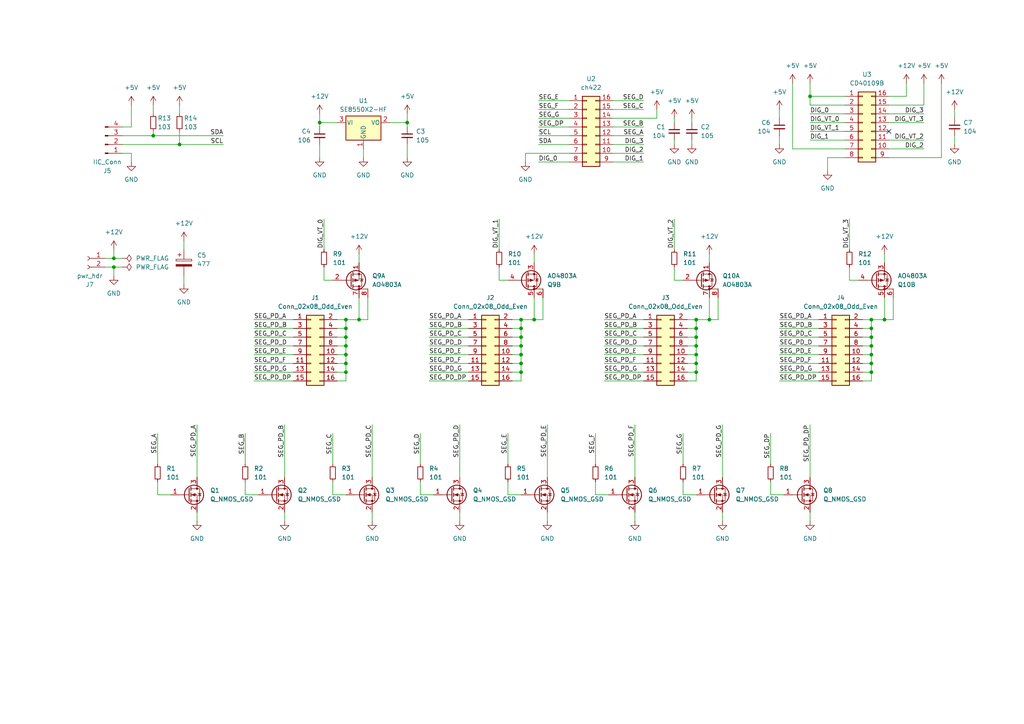
<source format=kicad_sch>
(kicad_sch (version 20230121) (generator eeschema)
  (paper "A4")
  (lib_symbols
    (symbol "Connector:Conn_01x02_Socket" (pin_names (offset 1.016) hide)
      (property "Reference" "J" (at 0 2.54 0))
      (property "Value" "Conn_01x02_Socket" (at 0 -5.08 0))
      (symbol "Conn_01x02_Socket_1_1"
        (arc (start 0 -2.032) (mid -0.5058 -2.54) (end 0 -3.048) (stroke (width 0.1524)))
        (polyline (pts (xy -1.27 -2.54) (xy -0.508 -2.54)) (stroke (width 0.1524)))
        (polyline (pts (xy -1.27 0) (xy -0.508 0)) (stroke (width 0.1524)))
        (arc (start 0 0.508) (mid -0.5058 0) (end 0 -0.508) (stroke (width 0.1524)))
        (pin passive line (at -5.08 0 0) (length 3.81) (name "Pin_1") (number "1"))
        (pin passive line (at -5.08 -2.54 0) (length 3.81) (name "Pin_2") (number "2"))
      )
    )
    (symbol "Connector:Conn_01x04_Pin" (pin_names (offset 1.016) hide)
      (property "Reference" "J" (at 0 5.08 0))
      (property "Value" "Conn_01x04_Pin" (at 0 -7.62 0))
      (symbol "Conn_01x04_Pin_1_1"
        (polyline (pts (xy 1.27 -5.08) (xy 0.8636 -5.08)) (stroke (width 0.1524)))
        (polyline (pts (xy 1.27 -2.54) (xy 0.8636 -2.54)) (stroke (width 0.1524)))
        (polyline (pts (xy 1.27 0) (xy 0.8636 0)) (stroke (width 0.1524)))
        (polyline (pts (xy 1.27 2.54) (xy 0.8636 2.54)) (stroke (width 0.1524)))
        (rectangle (start 0.8636 -4.953) (end 0 -5.207) (stroke (width 0.1524)) (fill (type outline)))
        (rectangle (start 0.8636 -2.413) (end 0 -2.667) (stroke (width 0.1524)) (fill (type outline)))
        (rectangle (start 0.8636 0.127) (end 0 -0.127) (stroke (width 0.1524)) (fill (type outline)))
        (rectangle (start 0.8636 2.667) (end 0 2.413) (stroke (width 0.1524)) (fill (type outline)))
        (pin passive line (at 5.08 2.54 180) (length 3.81) (name "Pin_1") (number "1"))
        (pin passive line (at 5.08 0 180) (length 3.81) (name "Pin_2") (number "2"))
        (pin passive line (at 5.08 -2.54 180) (length 3.81) (name "Pin_3") (number "3"))
        (pin passive line (at 5.08 -5.08 180) (length 3.81) (name "Pin_4") (number "4"))
      )
    )
    (symbol "Connector_Generic:Conn_02x08_Counter_Clockwise" (pin_names (offset 1.016) hide)
      (property "Reference" "J" (at 1.27 10.16 0))
      (property "Value" "Conn_02x08_Counter_Clockwise" (at 1.27 -12.7 0))
      (symbol "Conn_02x08_Counter_Clockwise_1_1"
        (rectangle (start -1.27 -10.033) (end 0 -10.287) (stroke (width 0.1524)))
        (rectangle (start -1.27 -7.493) (end 0 -7.747) (stroke (width 0.1524)))
        (rectangle (start -1.27 -4.953) (end 0 -5.207) (stroke (width 0.1524)))
        (rectangle (start -1.27 -2.413) (end 0 -2.667) (stroke (width 0.1524)))
        (rectangle (start -1.27 0.127) (end 0 -0.127) (stroke (width 0.1524)))
        (rectangle (start -1.27 2.667) (end 0 2.413) (stroke (width 0.1524)))
        (rectangle (start -1.27 5.207) (end 0 4.953) (stroke (width 0.1524)))
        (rectangle (start -1.27 7.747) (end 0 7.493) (stroke (width 0.1524)))
        (rectangle (start -1.27 8.89) (end 3.81 -11.43) (stroke (width 0.254)) (fill (type background)))
        (rectangle (start 3.81 -10.033) (end 2.54 -10.287) (stroke (width 0.1524)))
        (rectangle (start 3.81 -7.493) (end 2.54 -7.747) (stroke (width 0.1524)))
        (rectangle (start 3.81 -4.953) (end 2.54 -5.207) (stroke (width 0.1524)))
        (rectangle (start 3.81 -2.413) (end 2.54 -2.667) (stroke (width 0.1524)))
        (rectangle (start 3.81 0.127) (end 2.54 -0.127) (stroke (width 0.1524)))
        (rectangle (start 3.81 2.667) (end 2.54 2.413) (stroke (width 0.1524)))
        (rectangle (start 3.81 5.207) (end 2.54 4.953) (stroke (width 0.1524)))
        (rectangle (start 3.81 7.747) (end 2.54 7.493) (stroke (width 0.1524)))
        (pin passive line (at -5.08 7.62 0) (length 3.81) (name "Pin_1") (number "1"))
        (pin passive line (at 7.62 -7.62 180) (length 3.81) (name "Pin_10") (number "10"))
        (pin passive line (at 7.62 -5.08 180) (length 3.81) (name "Pin_11") (number "11"))
        (pin passive line (at 7.62 -2.54 180) (length 3.81) (name "Pin_12") (number "12"))
        (pin passive line (at 7.62 0 180) (length 3.81) (name "Pin_13") (number "13"))
        (pin passive line (at 7.62 2.54 180) (length 3.81) (name "Pin_14") (number "14"))
        (pin passive line (at 7.62 5.08 180) (length 3.81) (name "Pin_15") (number "15"))
        (pin passive line (at 7.62 7.62 180) (length 3.81) (name "Pin_16") (number "16"))
        (pin passive line (at -5.08 5.08 0) (length 3.81) (name "Pin_2") (number "2"))
        (pin passive line (at -5.08 2.54 0) (length 3.81) (name "Pin_3") (number "3"))
        (pin passive line (at -5.08 0 0) (length 3.81) (name "Pin_4") (number "4"))
        (pin passive line (at -5.08 -2.54 0) (length 3.81) (name "Pin_5") (number "5"))
        (pin passive line (at -5.08 -5.08 0) (length 3.81) (name "Pin_6") (number "6"))
        (pin passive line (at -5.08 -7.62 0) (length 3.81) (name "Pin_7") (number "7"))
        (pin passive line (at -5.08 -10.16 0) (length 3.81) (name "Pin_8") (number "8"))
        (pin passive line (at 7.62 -10.16 180) (length 3.81) (name "Pin_9") (number "9"))
      )
    )
    (symbol "Connector_Generic:Conn_02x08_Odd_Even" (pin_names (offset 1.016) hide)
      (property "Reference" "J" (at 1.27 10.16 0))
      (property "Value" "Conn_02x08_Odd_Even" (at 1.27 -12.7 0))
      (symbol "Conn_02x08_Odd_Even_1_1"
        (rectangle (start -1.27 -10.033) (end 0 -10.287) (stroke (width 0.1524)))
        (rectangle (start -1.27 -7.493) (end 0 -7.747) (stroke (width 0.1524)))
        (rectangle (start -1.27 -4.953) (end 0 -5.207) (stroke (width 0.1524)))
        (rectangle (start -1.27 -2.413) (end 0 -2.667) (stroke (width 0.1524)))
        (rectangle (start -1.27 0.127) (end 0 -0.127) (stroke (width 0.1524)))
        (rectangle (start -1.27 2.667) (end 0 2.413) (stroke (width 0.1524)))
        (rectangle (start -1.27 5.207) (end 0 4.953) (stroke (width 0.1524)))
        (rectangle (start -1.27 7.747) (end 0 7.493) (stroke (width 0.1524)))
        (rectangle (start -1.27 8.89) (end 3.81 -11.43) (stroke (width 0.254)) (fill (type background)))
        (rectangle (start 3.81 -10.033) (end 2.54 -10.287) (stroke (width 0.1524)))
        (rectangle (start 3.81 -7.493) (end 2.54 -7.747) (stroke (width 0.1524)))
        (rectangle (start 3.81 -4.953) (end 2.54 -5.207) (stroke (width 0.1524)))
        (rectangle (start 3.81 -2.413) (end 2.54 -2.667) (stroke (width 0.1524)))
        (rectangle (start 3.81 0.127) (end 2.54 -0.127) (stroke (width 0.1524)))
        (rectangle (start 3.81 2.667) (end 2.54 2.413) (stroke (width 0.1524)))
        (rectangle (start 3.81 5.207) (end 2.54 4.953) (stroke (width 0.1524)))
        (rectangle (start 3.81 7.747) (end 2.54 7.493) (stroke (width 0.1524)))
        (pin passive line (at -5.08 7.62 0) (length 3.81) (name "Pin_1") (number "1"))
        (pin passive line (at 7.62 -2.54 180) (length 3.81) (name "Pin_10") (number "10"))
        (pin passive line (at -5.08 -5.08 0) (length 3.81) (name "Pin_11") (number "11"))
        (pin passive line (at 7.62 -5.08 180) (length 3.81) (name "Pin_12") (number "12"))
        (pin passive line (at -5.08 -7.62 0) (length 3.81) (name "Pin_13") (number "13"))
        (pin passive line (at 7.62 -7.62 180) (length 3.81) (name "Pin_14") (number "14"))
        (pin passive line (at -5.08 -10.16 0) (length 3.81) (name "Pin_15") (number "15"))
        (pin passive line (at 7.62 -10.16 180) (length 3.81) (name "Pin_16") (number "16"))
        (pin passive line (at 7.62 7.62 180) (length 3.81) (name "Pin_2") (number "2"))
        (pin passive line (at -5.08 5.08 0) (length 3.81) (name "Pin_3") (number "3"))
        (pin passive line (at 7.62 5.08 180) (length 3.81) (name "Pin_4") (number "4"))
        (pin passive line (at -5.08 2.54 0) (length 3.81) (name "Pin_5") (number "5"))
        (pin passive line (at 7.62 2.54 180) (length 3.81) (name "Pin_6") (number "6"))
        (pin passive line (at -5.08 0 0) (length 3.81) (name "Pin_7") (number "7"))
        (pin passive line (at 7.62 0 180) (length 3.81) (name "Pin_8") (number "8"))
        (pin passive line (at -5.08 -2.54 0) (length 3.81) (name "Pin_9") (number "9"))
      )
    )
    (symbol "Device:C_Polarized" (pin_numbers hide) (pin_names (offset 0.254))
      (property "Reference" "C" (at 0.635 2.54 0))
      (property "Value" "C_Polarized" (at 0.635 -2.54 0))
      (symbol "C_Polarized_0_1"
        (rectangle (start -2.286 0.508) (end 2.286 1.016))
        (polyline (pts (xy -1.778 2.286) (xy -0.762 2.286)))
        (polyline (pts (xy -1.27 2.794) (xy -1.27 1.778)))
        (rectangle (start 2.286 -0.508) (end -2.286 -1.016) (fill (type outline)))
      )
      (symbol "C_Polarized_1_1"
        (pin passive line (at 0 3.81 270) (length 2.794) (name "~") (number "1"))
        (pin passive line (at 0 -3.81 90) (length 2.794) (name "~") (number "2"))
      )
    )
    (symbol "Device:C_Small" (pin_numbers hide) (pin_names (offset 0.254) hide)
      (property "Reference" "C" (at 0.254 1.778 0))
      (property "Value" "C_Small" (at 0.254 -2.032 0))
      (symbol "C_Small_0_1"
        (polyline (pts (xy -1.524 -0.508) (xy 1.524 -0.508)) (stroke (width 0.3302)))
        (polyline (pts (xy -1.524 0.508) (xy 1.524 0.508)) (stroke (width 0.3048)))
      )
      (symbol "C_Small_1_1"
        (pin passive line (at 0 2.54 270) (length 2.032) (name "~") (number "1"))
        (pin passive line (at 0 -2.54 90) (length 2.032) (name "~") (number "2"))
      )
    )
    (symbol "Device:Q_Dual_PMOS_S1G1S2G2D2D2D1D1" (pin_names (offset 0) hide)
      (property "Reference" "Q" (at 6.35 1.27 0))
      (property "Value" "Q_Dual_PMOS_S1G1S2G2D2D2D1D1" (at 21.59 -1.27 0))
      (symbol "Q_Dual_PMOS_S1G1S2G2D2D2D1D1_0_1"
        (polyline (pts (xy 0.254 0) (xy -2.54 0)))
        (polyline (pts (xy 0.254 1.905) (xy 0.254 -1.905)) (stroke (width 0.254)))
        (polyline (pts (xy 0.762 -1.27) (xy 0.762 -2.286)) (stroke (width 0.254)))
        (polyline (pts (xy 0.762 0.508) (xy 0.762 -0.508)) (stroke (width 0.254)))
        (polyline (pts (xy 0.762 2.286) (xy 0.762 1.27)) (stroke (width 0.254)))
        (polyline (pts (xy 2.54 2.54) (xy 2.54 1.778)))
        (polyline (pts (xy 2.54 -2.54) (xy 2.54 0) (xy 0.762 0)))
        (polyline (pts (xy 0.762 1.778) (xy 3.302 1.778) (xy 3.302 -1.778) (xy 0.762 -1.778)))
        (polyline (pts (xy 2.286 0) (xy 1.27 0.381) (xy 1.27 -0.381) (xy 2.286 0)) (fill (type outline)))
        (polyline (pts (xy 2.794 -0.508) (xy 2.921 -0.381) (xy 3.683 -0.381) (xy 3.81 -0.254)))
        (polyline (pts (xy 3.302 -0.381) (xy 2.921 0.254) (xy 3.683 0.254) (xy 3.302 -0.381)))
        (circle (center 1.651 0) (radius 2.794) (stroke (width 0.254)))
        (circle (center 2.54 -1.778) (radius 0.254) (fill (type outline)))
        (circle (center 2.54 1.778) (radius 0.254) (fill (type outline)))
        (circle (center 2.54 2.54) (radius 0.254) (fill (type outline)))
        (rectangle (start 5.08 2.54) (end 2.54 2.54))
      )
      (symbol "Q_Dual_PMOS_S1G1S2G2D2D2D1D1_1_1"
        (pin passive line (at 2.54 -5.08 90) (length 2.54) (name "S") (number "1"))
        (pin input line (at -5.08 0 0) (length 2.54) (name "G") (number "2"))
        (pin passive line (at 2.54 5.08 270) (length 2.54) (name "D") (number "7"))
        (pin passive line (at 5.08 5.08 270) (length 2.54) (name "G") (number "8"))
      )
      (symbol "Q_Dual_PMOS_S1G1S2G2D2D2D1D1_2_1"
        (pin passive line (at 2.54 -5.08 90) (length 2.54) (name "S") (number "3"))
        (pin input line (at -5.08 0 0) (length 2.54) (name "G") (number "4"))
        (pin passive line (at 2.54 5.08 270) (length 2.54) (name "D") (number "5"))
        (pin passive line (at 5.08 5.08 270) (length 2.54) (name "G") (number "6"))
      )
    )
    (symbol "Device:Q_NMOS_GSD" (pin_names (offset 0) hide)
      (property "Reference" "Q" (at 5.08 1.27 0))
      (property "Value" "Q_NMOS_GSD" (at 5.08 -1.27 0))
      (symbol "Q_NMOS_GSD_0_1"
        (polyline (pts (xy 0.254 0) (xy -2.54 0)))
        (polyline (pts (xy 0.254 1.905) (xy 0.254 -1.905)) (stroke (width 0.254)))
        (polyline (pts (xy 0.762 -1.27) (xy 0.762 -2.286)) (stroke (width 0.254)))
        (polyline (pts (xy 0.762 0.508) (xy 0.762 -0.508)) (stroke (width 0.254)))
        (polyline (pts (xy 0.762 2.286) (xy 0.762 1.27)) (stroke (width 0.254)))
        (polyline (pts (xy 2.54 2.54) (xy 2.54 1.778)))
        (polyline (pts (xy 2.54 -2.54) (xy 2.54 0) (xy 0.762 0)))
        (polyline (pts (xy 0.762 -1.778) (xy 3.302 -1.778) (xy 3.302 1.778) (xy 0.762 1.778)))
        (polyline (pts (xy 1.016 0) (xy 2.032 0.381) (xy 2.032 -0.381) (xy 1.016 0)) (fill (type outline)))
        (polyline (pts (xy 2.794 0.508) (xy 2.921 0.381) (xy 3.683 0.381) (xy 3.81 0.254)))
        (polyline (pts (xy 3.302 0.381) (xy 2.921 -0.254) (xy 3.683 -0.254) (xy 3.302 0.381)))
        (circle (center 1.651 0) (radius 2.794) (stroke (width 0.254)))
        (circle (center 2.54 -1.778) (radius 0.254) (fill (type outline)))
        (circle (center 2.54 1.778) (radius 0.254) (fill (type outline)))
      )
      (symbol "Q_NMOS_GSD_1_1"
        (pin input line (at -5.08 0 0) (length 2.54) (name "G") (number "1"))
        (pin passive line (at 2.54 -5.08 90) (length 2.54) (name "S") (number "2"))
        (pin passive line (at 2.54 5.08 270) (length 2.54) (name "D") (number "3"))
      )
    )
    (symbol "Device:R_Small" (pin_numbers hide) (pin_names (offset 0.254) hide)
      (property "Reference" "R" (at 0.762 0.508 0))
      (property "Value" "R_Small" (at 0.762 -1.016 0))
      (symbol "R_Small_0_1"
        (rectangle (start -0.762 1.778) (end 0.762 -1.778) (stroke (width 0.2032)))
      )
      (symbol "R_Small_1_1"
        (pin passive line (at 0 2.54 270) (length 0.762) (name "~") (number "1"))
        (pin passive line (at 0 -2.54 90) (length 0.762) (name "~") (number "2"))
      )
    )
    (symbol "Regulator_Linear:AP2127N-3.3" (pin_names (offset 0.254))
      (property "Reference" "U" (at -3.81 3.175 0))
      (property "Value" "AP2127N-3.3" (at 0 3.175 0))
      (symbol "AP2127N-3.3_0_1"
        (rectangle (start -5.08 1.905) (end 5.08 -5.08) (stroke (width 0.254)) (fill (type background)))
      )
      (symbol "AP2127N-3.3_1_1"
        (pin power_in line (at 0 -7.62 90) (length 2.54) (name "GND") (number "1"))
        (pin power_out line (at 7.62 0 180) (length 2.54) (name "VO") (number "2"))
        (pin power_in line (at -7.62 0 0) (length 2.54) (name "VI") (number "3"))
      )
    )
    (symbol "power:+12V" (power) (pin_names (offset 0))
      (property "Value" "+12V" (at 0 3.556 0))
      (symbol "+12V_0_1"
        (polyline (pts (xy -0.762 1.27) (xy 0 2.54)))
        (polyline (pts (xy 0 0) (xy 0 2.54)))
        (polyline (pts (xy 0 2.54) (xy 0.762 1.27)))
      )
      (symbol "+12V_1_1"
        (pin power_in line (at 0 0 90) (length 0) hide (name "+12V") (number "1"))
      )
    )
    (symbol "power:+5V" (power) (pin_names (offset 0))
      (property "Value" "+5V" (at 0 3.556 0))
      (symbol "+5V_0_1"
        (polyline (pts (xy -0.762 1.27) (xy 0 2.54)))
        (polyline (pts (xy 0 0) (xy 0 2.54)))
        (polyline (pts (xy 0 2.54) (xy 0.762 1.27)))
      )
      (symbol "+5V_1_1"
        (pin power_in line (at 0 0 90) (length 0) hide (name "+5V") (number "1"))
      )
    )
    (symbol "power:GND" (power) (pin_names (offset 0))
      (property "Value" "GND" (at 0 -3.81 0))
      (symbol "GND_0_1"
        (polyline (pts (xy 0 0) (xy 0 -1.27) (xy 1.27 -1.27) (xy 0 -2.54) (xy -1.27 -1.27) (xy 0 -1.27)))
      )
      (symbol "GND_1_1"
        (pin power_in line (at 0 0 270) (length 0) hide (name "GND") (number "1"))
      )
    )
    (symbol "power:PWR_FLAG" (power) (pin_numbers hide) (pin_names (offset 0) hide)
      (property "Value" "PWR_FLAG" (at 0 3.81 0))
      (symbol "PWR_FLAG_0_0"
        (pin power_out line (at 0 0 90) (length 0) (name "pwr") (number "1"))
      )
      (symbol "PWR_FLAG_0_1"
        (polyline (pts (xy 0 0) (xy 0 1.27) (xy -1.016 1.905) (xy 0 2.54) (xy 1.016 1.905) (xy 0 1.27)))
      )
    )
  )
  (junction (at 252.73 100.33))
  (junction (at 201.93 97.79))
  (junction (at 234.95 27.94))
  (junction (at 151.13 102.87))
  (junction (at 151.13 107.95))
  (junction (at 252.73 92.71))
  (junction (at 100.33 95.25))
  (junction (at 104.14 92.71))
  (junction (at 201.93 92.71))
  (junction (at 154.94 92.71))
  (junction (at 100.33 105.41))
  (junction (at 201.93 100.33))
  (junction (at 100.33 107.95))
  (junction (at 100.33 100.33))
  (junction (at 151.13 95.25))
  (junction (at 201.93 107.95))
  (junction (at 205.74 92.71))
  (junction (at 151.13 97.79))
  (junction (at 52.07 41.91))
  (junction (at 100.33 92.71))
  (junction (at 252.73 107.95))
  (junction (at 100.33 102.87))
  (junction (at 151.13 100.33))
  (junction (at 151.13 105.41))
  (junction (at 118.11 35.56))
  (junction (at 100.33 97.79))
  (junction (at 44.45 39.37))
  (junction (at 252.73 105.41))
  (junction (at 92.71 35.56))
  (junction (at 252.73 95.25))
  (junction (at 252.73 97.79))
  (junction (at 256.54 92.71))
  (junction (at 201.93 102.87))
  (junction (at 151.13 92.71))
  (junction (at 201.93 105.41))
  (junction (at 33.02 74.93))
  (junction (at 201.93 95.25))
  (junction (at 33.02 77.47))
  (junction (at 252.73 102.87))
  (no_connect (at 257.81 38.1))
  (wire (pts (xy 252.73 92.71) (xy 252.73 95.25)))
  (wire (pts (xy 144.78 63.5) (xy 144.78 72.39)))
  (wire (pts (xy 257.81 45.72) (xy 273.05 45.72)))
  (wire (pts (xy 100.33 97.79) (xy 100.33 100.33)))
  (wire (pts (xy 245.11 43.18) (xy 229.87 43.18)))
  (wire (pts (xy 92.71 33.02) (xy 92.71 35.56)))
  (wire (pts (xy 147.32 81.28) (xy 144.78 81.28)))
  (wire (pts (xy 200.66 34.29) (xy 200.66 35.56)))
  (wire (pts (xy 198.12 81.28) (xy 195.58 81.28)))
  (wire (pts (xy 209.55 123.19) (xy 209.55 138.43)))
  (wire (pts (xy 38.1 44.45) (xy 38.1 46.99)))
  (wire (pts (xy 234.95 30.48) (xy 234.95 27.94)))
  (wire (pts (xy 177.8 36.83) (xy 186.69 36.83)))
  (wire (pts (xy 125.73 143.51) (xy 121.92 143.51)))
  (wire (pts (xy 73.66 92.71) (xy 85.09 92.71)))
  (wire (pts (xy 73.66 105.41) (xy 85.09 105.41)))
  (wire (pts (xy 175.26 107.95) (xy 186.69 107.95)))
  (wire (pts (xy 201.93 110.49) (xy 201.93 107.95)))
  (wire (pts (xy 148.59 102.87) (xy 151.13 102.87)))
  (wire (pts (xy 151.13 105.41) (xy 151.13 107.95)))
  (wire (pts (xy 100.33 107.95) (xy 97.79 107.95)))
  (wire (pts (xy 257.81 35.56) (xy 267.97 35.56)))
  (wire (pts (xy 175.26 105.41) (xy 186.69 105.41)))
  (wire (pts (xy 227.33 143.51) (xy 223.52 143.51)))
  (wire (pts (xy 234.95 40.64) (xy 245.11 40.64)))
  (wire (pts (xy 104.14 86.36) (xy 104.14 92.71)))
  (wire (pts (xy 223.52 143.51) (xy 223.52 139.7)))
  (wire (pts (xy 151.13 100.33) (xy 151.13 102.87)))
  (wire (pts (xy 97.79 102.87) (xy 100.33 102.87)))
  (wire (pts (xy 226.06 31.75) (xy 226.06 34.29)))
  (wire (pts (xy 252.73 95.25) (xy 252.73 97.79)))
  (wire (pts (xy 148.59 97.79) (xy 151.13 97.79)))
  (wire (pts (xy 177.8 29.21) (xy 186.69 29.21)))
  (wire (pts (xy 45.72 125.73) (xy 45.72 134.62)))
  (wire (pts (xy 124.46 102.87) (xy 135.89 102.87)))
  (wire (pts (xy 82.55 148.59) (xy 82.55 151.13)))
  (wire (pts (xy 124.46 107.95) (xy 135.89 107.95)))
  (wire (pts (xy 208.28 86.36) (xy 208.28 92.71)))
  (wire (pts (xy 52.07 38.1) (xy 52.07 41.91)))
  (wire (pts (xy 209.55 148.59) (xy 209.55 151.13)))
  (wire (pts (xy 276.86 31.75) (xy 276.86 34.29)))
  (wire (pts (xy 201.93 97.79) (xy 201.93 100.33)))
  (wire (pts (xy 177.8 44.45) (xy 186.69 44.45)))
  (wire (pts (xy 133.35 123.19) (xy 133.35 138.43)))
  (wire (pts (xy 148.59 105.41) (xy 151.13 105.41)))
  (wire (pts (xy 151.13 97.79) (xy 151.13 100.33)))
  (wire (pts (xy 92.71 35.56) (xy 92.71 36.83)))
  (wire (pts (xy 177.8 41.91) (xy 186.69 41.91)))
  (wire (pts (xy 175.26 95.25) (xy 186.69 95.25)))
  (wire (pts (xy 165.1 44.45) (xy 152.4 44.45)))
  (wire (pts (xy 45.72 143.51) (xy 49.53 143.51)))
  (wire (pts (xy 177.8 39.37) (xy 186.69 39.37)))
  (wire (pts (xy 201.93 92.71) (xy 205.74 92.71)))
  (wire (pts (xy 200.66 40.64) (xy 200.66 41.91)))
  (wire (pts (xy 151.13 143.51) (xy 147.32 143.51)))
  (wire (pts (xy 201.93 143.51) (xy 198.12 143.51)))
  (wire (pts (xy 199.39 95.25) (xy 201.93 95.25)))
  (wire (pts (xy 97.79 95.25) (xy 100.33 95.25)))
  (wire (pts (xy 234.95 33.02) (xy 245.11 33.02)))
  (wire (pts (xy 124.46 100.33) (xy 135.89 100.33)))
  (wire (pts (xy 245.11 45.72) (xy 240.03 45.72)))
  (wire (pts (xy 226.06 97.79) (xy 237.49 97.79)))
  (wire (pts (xy 190.5 34.29) (xy 190.5 31.75)))
  (wire (pts (xy 226.06 95.25) (xy 237.49 95.25)))
  (wire (pts (xy 252.73 107.95) (xy 250.19 107.95)))
  (wire (pts (xy 177.8 31.75) (xy 186.69 31.75)))
  (wire (pts (xy 156.21 39.37) (xy 165.1 39.37)))
  (wire (pts (xy 93.98 63.5) (xy 93.98 72.39)))
  (wire (pts (xy 195.58 63.5) (xy 195.58 72.39)))
  (wire (pts (xy 152.4 44.45) (xy 152.4 46.99)))
  (wire (pts (xy 256.54 92.71) (xy 256.54 86.36)))
  (wire (pts (xy 97.79 92.71) (xy 100.33 92.71)))
  (wire (pts (xy 148.59 110.49) (xy 151.13 110.49)))
  (wire (pts (xy 30.48 74.93) (xy 33.02 74.93)))
  (wire (pts (xy 147.32 143.51) (xy 147.32 139.7)))
  (wire (pts (xy 226.06 100.33) (xy 237.49 100.33)))
  (wire (pts (xy 267.97 30.48) (xy 257.81 30.48)))
  (wire (pts (xy 73.66 100.33) (xy 85.09 100.33)))
  (wire (pts (xy 97.79 97.79) (xy 100.33 97.79)))
  (wire (pts (xy 257.81 40.64) (xy 267.97 40.64)))
  (wire (pts (xy 175.26 92.71) (xy 186.69 92.71)))
  (wire (pts (xy 96.52 125.73) (xy 96.52 134.62)))
  (wire (pts (xy 82.55 123.19) (xy 82.55 138.43)))
  (wire (pts (xy 195.58 34.29) (xy 195.58 35.56)))
  (wire (pts (xy 100.33 105.41) (xy 100.33 107.95)))
  (wire (pts (xy 198.12 143.51) (xy 198.12 139.7)))
  (wire (pts (xy 226.06 105.41) (xy 237.49 105.41)))
  (wire (pts (xy 124.46 105.41) (xy 135.89 105.41)))
  (wire (pts (xy 124.46 92.71) (xy 135.89 92.71)))
  (wire (pts (xy 248.92 81.28) (xy 246.38 81.28)))
  (wire (pts (xy 151.13 95.25) (xy 151.13 97.79)))
  (wire (pts (xy 250.19 100.33) (xy 252.73 100.33)))
  (wire (pts (xy 96.52 143.51) (xy 96.52 139.7)))
  (wire (pts (xy 92.71 41.91) (xy 92.71 45.72)))
  (wire (pts (xy 124.46 97.79) (xy 135.89 97.79)))
  (wire (pts (xy 148.59 92.71) (xy 151.13 92.71)))
  (wire (pts (xy 107.95 148.59) (xy 107.95 151.13)))
  (wire (pts (xy 205.74 73.66) (xy 205.74 76.2)))
  (wire (pts (xy 208.28 92.71) (xy 205.74 92.71)))
  (wire (pts (xy 176.53 143.51) (xy 172.72 143.51)))
  (wire (pts (xy 73.66 97.79) (xy 85.09 97.79)))
  (wire (pts (xy 250.19 95.25) (xy 252.73 95.25)))
  (wire (pts (xy 151.13 92.71) (xy 151.13 95.25)))
  (wire (pts (xy 198.12 125.73) (xy 198.12 134.62)))
  (wire (pts (xy 199.39 100.33) (xy 201.93 100.33)))
  (wire (pts (xy 201.93 92.71) (xy 201.93 95.25)))
  (wire (pts (xy 250.19 97.79) (xy 252.73 97.79)))
  (wire (pts (xy 35.56 44.45) (xy 38.1 44.45)))
  (wire (pts (xy 151.13 107.95) (xy 148.59 107.95)))
  (wire (pts (xy 175.26 110.49) (xy 186.69 110.49)))
  (wire (pts (xy 226.06 107.95) (xy 237.49 107.95)))
  (wire (pts (xy 199.39 97.79) (xy 201.93 97.79)))
  (wire (pts (xy 252.73 92.71) (xy 256.54 92.71)))
  (wire (pts (xy 262.89 27.94) (xy 257.81 27.94)))
  (wire (pts (xy 100.33 143.51) (xy 96.52 143.51)))
  (wire (pts (xy 175.26 102.87) (xy 186.69 102.87)))
  (wire (pts (xy 226.06 39.37) (xy 226.06 41.91)))
  (wire (pts (xy 121.92 125.73) (xy 121.92 134.62)))
  (wire (pts (xy 33.02 77.47) (xy 33.02 80.01)))
  (wire (pts (xy 52.07 41.91) (xy 35.56 41.91)))
  (wire (pts (xy 175.26 97.79) (xy 186.69 97.79)))
  (wire (pts (xy 157.48 92.71) (xy 157.48 86.36)))
  (wire (pts (xy 154.94 92.71) (xy 151.13 92.71)))
  (wire (pts (xy 276.86 39.37) (xy 276.86 41.91)))
  (wire (pts (xy 124.46 110.49) (xy 135.89 110.49)))
  (wire (pts (xy 73.66 95.25) (xy 85.09 95.25)))
  (wire (pts (xy 71.12 143.51) (xy 71.12 139.7)))
  (wire (pts (xy 121.92 143.51) (xy 121.92 139.7)))
  (wire (pts (xy 33.02 74.93) (xy 35.56 74.93)))
  (wire (pts (xy 45.72 139.7) (xy 45.72 143.51)))
  (wire (pts (xy 259.08 86.36) (xy 259.08 92.71)))
  (wire (pts (xy 73.66 110.49) (xy 85.09 110.49)))
  (wire (pts (xy 96.52 81.28) (xy 93.98 81.28)))
  (wire (pts (xy 262.89 24.13) (xy 262.89 27.94)))
  (wire (pts (xy 92.71 35.56) (xy 97.79 35.56)))
  (wire (pts (xy 175.26 100.33) (xy 186.69 100.33)))
  (wire (pts (xy 154.94 86.36) (xy 154.94 92.71)))
  (wire (pts (xy 118.11 35.56) (xy 118.11 33.02)))
  (wire (pts (xy 229.87 43.18) (xy 229.87 24.13)))
  (wire (pts (xy 44.45 38.1) (xy 44.45 39.37)))
  (wire (pts (xy 201.93 107.95) (xy 199.39 107.95)))
  (wire (pts (xy 226.06 92.71) (xy 237.49 92.71)))
  (wire (pts (xy 226.06 102.87) (xy 237.49 102.87)))
  (wire (pts (xy 73.66 107.95) (xy 85.09 107.95)))
  (wire (pts (xy 259.08 92.71) (xy 256.54 92.71)))
  (wire (pts (xy 107.95 123.19) (xy 107.95 138.43)))
  (wire (pts (xy 156.21 34.29) (xy 165.1 34.29)))
  (wire (pts (xy 226.06 110.49) (xy 237.49 110.49)))
  (wire (pts (xy 93.98 81.28) (xy 93.98 77.47)))
  (wire (pts (xy 246.38 81.28) (xy 246.38 77.47)))
  (wire (pts (xy 234.95 123.19) (xy 234.95 138.43)))
  (wire (pts (xy 35.56 36.83) (xy 38.1 36.83)))
  (wire (pts (xy 234.95 35.56) (xy 245.11 35.56)))
  (wire (pts (xy 184.15 123.19) (xy 184.15 138.43)))
  (wire (pts (xy 133.35 148.59) (xy 133.35 151.13)))
  (wire (pts (xy 252.73 105.41) (xy 252.73 107.95)))
  (wire (pts (xy 199.39 92.71) (xy 201.93 92.71)))
  (wire (pts (xy 97.79 110.49) (xy 100.33 110.49)))
  (wire (pts (xy 234.95 27.94) (xy 245.11 27.94)))
  (wire (pts (xy 148.59 100.33) (xy 151.13 100.33)))
  (wire (pts (xy 151.13 110.49) (xy 151.13 107.95)))
  (wire (pts (xy 113.03 35.56) (xy 118.11 35.56)))
  (wire (pts (xy 44.45 39.37) (xy 64.77 39.37)))
  (wire (pts (xy 201.93 100.33) (xy 201.93 102.87)))
  (wire (pts (xy 199.39 105.41) (xy 201.93 105.41)))
  (wire (pts (xy 118.11 35.56) (xy 118.11 36.83)))
  (wire (pts (xy 53.34 69.85) (xy 53.34 72.39)))
  (wire (pts (xy 205.74 92.71) (xy 205.74 86.36)))
  (wire (pts (xy 38.1 30.48) (xy 38.1 36.83)))
  (wire (pts (xy 195.58 81.28) (xy 195.58 77.47)))
  (wire (pts (xy 154.94 92.71) (xy 157.48 92.71)))
  (wire (pts (xy 201.93 95.25) (xy 201.93 97.79)))
  (wire (pts (xy 177.8 34.29) (xy 190.5 34.29)))
  (wire (pts (xy 156.21 31.75) (xy 165.1 31.75)))
  (wire (pts (xy 252.73 102.87) (xy 252.73 105.41)))
  (wire (pts (xy 234.95 27.94) (xy 234.95 24.13)))
  (wire (pts (xy 267.97 24.13) (xy 267.97 30.48)))
  (wire (pts (xy 250.19 105.41) (xy 252.73 105.41)))
  (wire (pts (xy 144.78 81.28) (xy 144.78 77.47)))
  (wire (pts (xy 71.12 125.73) (xy 71.12 134.62)))
  (wire (pts (xy 124.46 95.25) (xy 135.89 95.25)))
  (wire (pts (xy 199.39 110.49) (xy 201.93 110.49)))
  (wire (pts (xy 250.19 110.49) (xy 252.73 110.49)))
  (wire (pts (xy 154.94 73.66) (xy 154.94 76.2)))
  (wire (pts (xy 33.02 72.39) (xy 33.02 74.93)))
  (wire (pts (xy 250.19 102.87) (xy 252.73 102.87)))
  (wire (pts (xy 250.19 92.71) (xy 252.73 92.71)))
  (wire (pts (xy 44.45 30.48) (xy 44.45 33.02)))
  (wire (pts (xy 100.33 102.87) (xy 100.33 105.41)))
  (wire (pts (xy 52.07 41.91) (xy 64.77 41.91)))
  (wire (pts (xy 256.54 73.66) (xy 256.54 76.2)))
  (wire (pts (xy 199.39 102.87) (xy 201.93 102.87)))
  (wire (pts (xy 151.13 102.87) (xy 151.13 105.41)))
  (wire (pts (xy 74.93 143.51) (xy 71.12 143.51)))
  (wire (pts (xy 223.52 125.73) (xy 223.52 134.62)))
  (wire (pts (xy 53.34 80.01) (xy 53.34 82.55)))
  (wire (pts (xy 158.75 148.59) (xy 158.75 151.13)))
  (wire (pts (xy 184.15 148.59) (xy 184.15 151.13)))
  (wire (pts (xy 240.03 45.72) (xy 240.03 49.53)))
  (wire (pts (xy 35.56 39.37) (xy 44.45 39.37)))
  (wire (pts (xy 104.14 92.71) (xy 106.68 92.71)))
  (wire (pts (xy 252.73 110.49) (xy 252.73 107.95)))
  (wire (pts (xy 158.75 123.19) (xy 158.75 138.43)))
  (wire (pts (xy 234.95 38.1) (xy 245.11 38.1)))
  (wire (pts (xy 100.33 92.71) (xy 100.33 95.25)))
  (wire (pts (xy 57.15 148.59) (xy 57.15 151.13)))
  (wire (pts (xy 105.41 43.18) (xy 105.41 45.72)))
  (wire (pts (xy 172.72 143.51) (xy 172.72 139.7)))
  (wire (pts (xy 104.14 92.71) (xy 100.33 92.71)))
  (wire (pts (xy 156.21 36.83) (xy 165.1 36.83)))
  (wire (pts (xy 172.72 125.73) (xy 172.72 134.62)))
  (wire (pts (xy 30.48 77.47) (xy 33.02 77.47)))
  (wire (pts (xy 100.33 95.25) (xy 100.33 97.79)))
  (wire (pts (xy 57.15 123.19) (xy 57.15 138.43)))
  (wire (pts (xy 156.21 41.91) (xy 165.1 41.91)))
  (wire (pts (xy 73.66 102.87) (xy 85.09 102.87)))
  (wire (pts (xy 100.33 100.33) (xy 100.33 102.87)))
  (wire (pts (xy 273.05 45.72) (xy 273.05 24.13)))
  (wire (pts (xy 33.02 77.47) (xy 35.56 77.47)))
  (wire (pts (xy 97.79 105.41) (xy 100.33 105.41)))
  (wire (pts (xy 177.8 46.99) (xy 186.69 46.99)))
  (wire (pts (xy 245.11 30.48) (xy 234.95 30.48)))
  (wire (pts (xy 257.81 33.02) (xy 267.97 33.02)))
  (wire (pts (xy 234.95 148.59) (xy 234.95 151.13)))
  (wire (pts (xy 148.59 95.25) (xy 151.13 95.25)))
  (wire (pts (xy 118.11 41.91) (xy 118.11 45.72)))
  (wire (pts (xy 104.14 73.66) (xy 104.14 76.2)))
  (wire (pts (xy 252.73 97.79) (xy 252.73 100.33)))
  (wire (pts (xy 246.38 63.5) (xy 246.38 72.39)))
  (wire (pts (xy 100.33 110.49) (xy 100.33 107.95)))
  (wire (pts (xy 156.21 29.21) (xy 165.1 29.21)))
  (wire (pts (xy 201.93 102.87) (xy 201.93 105.41)))
  (wire (pts (xy 201.93 105.41) (xy 201.93 107.95)))
  (wire (pts (xy 106.68 92.71) (xy 106.68 86.36)))
  (wire (pts (xy 97.79 100.33) (xy 100.33 100.33)))
  (wire (pts (xy 257.81 43.18) (xy 267.97 43.18)))
  (wire (pts (xy 147.32 125.73) (xy 147.32 134.62)))
  (wire (pts (xy 252.73 100.33) (xy 252.73 102.87)))
  (wire (pts (xy 52.07 30.48) (xy 52.07 33.02)))
  (wire (pts (xy 195.58 40.64) (xy 195.58 41.91)))
  (wire (pts (xy 156.21 46.99) (xy 165.1 46.99)))
  (label "SEG_PD_F" (at 175.26 105.41 0))
  (label "SEG_PD_C" (at 107.95 123.19 270))
  (label "DIG_3" (at 186.69 41.91 180))
  (label "SEG_PD_F" (at 124.46 105.41 0))
  (label "SEG_B" (at 71.12 125.73 270))
  (label "SDA" (at 156.21 41.91 0))
  (label "SEG_PD_B" (at 175.26 95.25 0))
  (label "SEG_PD_G" (at 73.66 107.95 0))
  (label "SEG_G" (at 156.21 34.29 0))
  (label "SEG_PD_F" (at 73.66 105.41 0))
  (label "SEG_PD_DP" (at 234.95 123.19 270))
  (label "DIG_2" (at 267.97 43.18 180))
  (label "SEG_PD_G" (at 124.46 107.95 0))
  (label "SEG_PD_G" (at 175.26 107.95 0))
  (label "SEG_PD_E" (at 226.06 102.87 0))
  (label "SEG_PD_DP" (at 124.46 110.49 0))
  (label "SEG_PD_A" (at 226.06 92.71 0))
  (label "SEG_PD_C" (at 73.66 97.79 0))
  (label "SEG_C" (at 186.69 31.75 180))
  (label "SEG_PD_E" (at 124.46 102.87 0))
  (label "SEG_A" (at 186.69 39.37 180))
  (label "DIG_VT_3" (at 246.38 63.5 270))
  (label "SEG_PD_C" (at 124.46 97.79 0))
  (label "SCL" (at 156.21 39.37 0))
  (label "SEG_PD_DP" (at 175.26 110.49 0))
  (label "SEG_PD_D" (at 175.26 100.33 0))
  (label "DIG_VT_0" (at 234.95 35.56 0))
  (label "SEG_PD_F" (at 184.15 123.19 270))
  (label "SEG_PD_G" (at 209.55 123.19 270))
  (label "SEG_PD_DP" (at 226.06 110.49 0))
  (label "SEG_PD_B" (at 226.06 95.25 0))
  (label "SEG_PD_B" (at 124.46 95.25 0))
  (label "SEG_PD_C" (at 175.26 97.79 0))
  (label "DIG_1" (at 234.95 40.64 0))
  (label "SEG_E" (at 156.21 29.21 0))
  (label "SEG_PD_G" (at 226.06 107.95 0))
  (label "SEG_PD_A" (at 57.15 123.19 270))
  (label "DIG_VT_2" (at 267.97 40.64 180))
  (label "SEG_B" (at 186.69 36.83 180))
  (label "SEG_F" (at 172.72 125.73 270))
  (label "SEG_PD_C" (at 226.06 97.79 0))
  (label "SEG_G" (at 198.12 125.73 270))
  (label "DIG_2" (at 186.69 44.45 180))
  (label "DIG_VT_2" (at 195.58 63.5 270))
  (label "SEG_DP" (at 223.52 125.73 270))
  (label "SEG_PD_D" (at 133.35 123.19 270))
  (label "SEG_A" (at 45.72 125.73 270))
  (label "SEG_PD_D" (at 73.66 100.33 0))
  (label "SDA" (at 64.77 39.37 180))
  (label "SCL" (at 64.77 41.91 180))
  (label "DIG_VT_3" (at 267.97 35.56 180))
  (label "SEG_E" (at 147.32 125.73 270))
  (label "SEG_DP" (at 156.21 36.83 0))
  (label "SEG_PD_E" (at 158.75 123.19 270))
  (label "DIG_0" (at 234.95 33.02 0))
  (label "SEG_F" (at 156.21 31.75 0))
  (label "SEG_D" (at 121.92 125.73 270))
  (label "SEG_PD_B" (at 73.66 95.25 0))
  (label "SEG_PD_A" (at 124.46 92.71 0))
  (label "SEG_PD_DP" (at 73.66 110.49 0))
  (label "SEG_PD_A" (at 73.66 92.71 0))
  (label "DIG_0" (at 156.21 46.99 0))
  (label "SEG_PD_D" (at 124.46 100.33 0))
  (label "DIG_3" (at 267.97 33.02 180))
  (label "SEG_PD_A" (at 175.26 92.71 0))
  (label "SEG_PD_B" (at 82.55 123.19 270))
  (label "SEG_PD_E" (at 175.26 102.87 0))
  (label "DIG_VT_1" (at 234.95 38.1 0))
  (label "SEG_PD_F" (at 226.06 105.41 0))
  (label "DIG_VT_0" (at 93.98 63.5 270))
  (label "SEG_D" (at 186.69 29.21 180))
  (label "SEG_PD_D" (at 226.06 100.33 0))
  (label "SEG_PD_E" (at 73.66 102.87 0))
  (label "SEG_C" (at 96.52 125.73 270))
  (label "DIG_1" (at 186.69 46.99 180))
  (label "DIG_VT_1" (at 144.78 63.5 270))
  (symbol (lib_id "power:+12V") (at 33.02 72.39 0) (unit 1)
    (property "Reference" "#PWR028" (effects hide))
    (property "Value" "+12V" (at 33.02 67.31 0))
  )
  (symbol (lib_id "power:+12V") (at 256.54 73.66 0) (unit 1)
    (property "Reference" "#PWR09" (effects hide))
    (property "Value" "+12V" (at 256.54 68.58 0))
  )
  (symbol (lib_id "Device:R_Small") (at 44.45 35.56 0) (unit 1)
    (property "Reference" "R13" (at 45.72 34.29 0) (effects (justify left)))
    (property "Value" "103" (at 45.72 36.83 0) (effects (justify left)))
    (property "Footprint" "Resistor_SMD:R_0603_1608Metric" (effects hide))
  )
  (symbol (lib_id "Device:Q_NMOS_GSD") (at 232.41 143.51 0) (unit 1)
    (property "Reference" "Q8" (at 238.76 142.24 0) (effects (justify left)))
    (property "Value" "Q_NMOS_GSD" (at 238.76 144.78 0) (effects (justify left)))
    (property "Footprint" "Package_TO_SOT_SMD:SOT-23" (effects hide))
  )
  (symbol (lib_id "power:GND") (at 133.35 151.13 0) (unit 1)
    (property "Reference" "#PWR05" (effects hide))
    (property "Value" "GND" (at 133.35 156.21 0))
  )
  (symbol (lib_id "Device:C_Small") (at 92.71 39.37 0) (mirror y) (unit 1)
    (property "Reference" "C4" (at 90.17 38.1063 0) (effects (justify left)))
    (property "Value" "106" (at 90.17 40.6463 0) (effects (justify left)))
    (property "Footprint" "Capacitor_SMD:C_1206_3216Metric" (effects hide))
  )
  (symbol (lib_id "Device:R_Small") (at 147.32 137.16 0) (unit 1)
    (property "Reference" "R5" (at 149.86 135.89 0) (effects (justify left)))
    (property "Value" "101" (at 149.86 138.43 0) (effects (justify left)))
    (property "Footprint" "Resistor_SMD:R_0402_1005Metric" (effects hide))
  )
  (symbol (lib_id "Device:C_Polarized") (at 53.34 76.2 0) (unit 1)
    (property "Reference" "C5" (at 57.15 74.041 0) (effects (justify left)))
    (property "Value" "477" (at 57.15 76.581 0) (effects (justify left)))
    (property "Footprint" "Capacitor_THT:CP_Radial_D7.5mm_P2.50mm" (effects hide))
  )
  (symbol (lib_id "Connector_Generic:Conn_02x08_Odd_Even") (at 140.97 100.33 0) (unit 1)
    (property "Reference" "J2" (at 142.24 86.36 0))
    (property "Value" "Conn_02x08_Odd_Even" (at 142.24 88.9 0))
    (property "Footprint" "Connector_PinSocket_2.00mm:PinSocket_2x08_P2.00mm_Vertical" (effects hide))
  )
  (symbol (lib_id "Connector:Conn_01x02_Socket") (at 25.4 74.93 0) (mirror y) (unit 1)
    (property "Reference" "J7" (at 26.035 82.55 0))
    (property "Value" "pwr_hdr" (at 26.035 80.01 0))
    (property "Footprint" "TerminalBlock:TerminalBlock_bornier-2_P5.08mm" (effects hide))
  )
  (symbol (lib_id "power:GND") (at 234.95 151.13 0) (unit 1)
    (property "Reference" "#PWR01" (effects hide))
    (property "Value" "GND" (at 234.95 156.21 0))
  )
  (symbol (lib_id "Device:C_Small") (at 276.86 36.83 0) (mirror y) (unit 1)
    (property "Reference" "C7" (at 279.4 35.5663 0) (effects (justify right)))
    (property "Value" "104" (at 279.4 38.1063 0) (effects (justify right)))
    (property "Footprint" "Capacitor_SMD:C_0603_1608Metric" (effects hide))
  )
  (symbol (lib_id "Device:Q_Dual_PMOS_S1G1S2G2D2D2D1D1") (at 101.6 81.28 0) (mirror x) (unit 1)
    (property "Reference" "Q9" (at 107.95 80.01 0) (effects (justify left)))
    (property "Value" "AO4803A" (at 107.95 82.55 0) (effects (justify left)))
    (property "Footprint" "Package_SO:SOIC-8_3.9x4.9mm_P1.27mm" (effects hide))
  )
  (symbol (lib_id "power:GND") (at 105.41 45.72 0) (unit 1)
    (property "Reference" "#PWR023" (effects hide))
    (property "Value" "GND" (at 105.41 50.8 0))
  )
  (symbol (lib_id "power:+12V") (at 92.71 33.02 0) (unit 1)
    (property "Reference" "#PWR026" (effects hide))
    (property "Value" "+12V" (at 92.71 27.94 0))
  )
  (symbol (lib_id "Device:R_Small") (at 198.12 137.16 0) (unit 1)
    (property "Reference" "R7" (at 200.66 135.89 0) (effects (justify left)))
    (property "Value" "101" (at 200.66 138.43 0) (effects (justify left)))
    (property "Footprint" "Resistor_SMD:R_0402_1005Metric" (effects hide))
  )
  (symbol (lib_id "power:GND") (at 195.58 41.91 0) (unit 1)
    (property "Reference" "#PWR019" (effects hide))
    (property "Value" "GND" (at 195.58 46.99 0))
  )
  (symbol (lib_id "Device:R_Small") (at 144.78 74.93 0) (unit 1)
    (property "Reference" "R10" (at 147.32 73.66 0) (effects (justify left)))
    (property "Value" "101" (at 147.32 76.2 0) (effects (justify left)))
    (property "Footprint" "Resistor_SMD:R_0402_1005Metric" (effects hide))
  )
  (symbol (lib_id "Connector_Generic:Conn_02x08_Odd_Even") (at 242.57 100.33 0) (unit 1)
    (property "Reference" "J4" (at 243.84 86.36 0))
    (property "Value" "Conn_02x08_Odd_Even" (at 243.84 88.9 0))
    (property "Footprint" "Connector_PinSocket_2.00mm:PinSocket_2x08_P2.00mm_Vertical" (effects hide))
  )
  (symbol (lib_id "power:GND") (at 33.02 80.01 0) (unit 1)
    (property "Reference" "#PWR029" (effects hide))
    (property "Value" "GND" (at 33.02 85.09 0))
  )
  (symbol (lib_id "Device:Q_NMOS_GSD") (at 105.41 143.51 0) (unit 1)
    (property "Reference" "Q3" (at 111.76 142.24 0) (effects (justify left)))
    (property "Value" "Q_NMOS_GSD" (at 111.76 144.78 0) (effects (justify left)))
    (property "Footprint" "Package_TO_SOT_SMD:SOT-23" (effects hide))
  )
  (symbol (lib_id "power:GND") (at 226.06 41.91 0) (unit 1)
    (property "Reference" "#PWR039" (effects hide))
    (property "Value" "GND" (at 226.06 46.99 0))
  )
  (symbol (lib_id "Device:R_Small") (at 71.12 137.16 0) (unit 1)
    (property "Reference" "R2" (at 73.66 135.89 0) (effects (justify left)))
    (property "Value" "101" (at 73.66 138.43 0) (effects (justify left)))
    (property "Footprint" "Resistor_SMD:R_0402_1005Metric" (effects hide))
  )
  (symbol (lib_id "power:GND") (at 200.66 41.91 0) (unit 1)
    (property "Reference" "#PWR021" (effects hide))
    (property "Value" "GND" (at 200.66 46.99 0))
  )
  (symbol (lib_id "power:+5V") (at 118.11 33.02 0) (unit 1)
    (property "Reference" "#PWR027" (effects hide))
    (property "Value" "+5V" (at 118.11 27.94 0))
  )
  (symbol (lib_id "power:+12V") (at 53.34 69.85 0) (unit 1)
    (property "Reference" "#PWR030" (effects hide))
    (property "Value" "+12V" (at 53.34 64.77 0))
  )
  (symbol (lib_id "Device:Q_NMOS_GSD") (at 156.21 143.51 0) (unit 1)
    (property "Reference" "Q5" (at 162.56 142.24 0) (effects (justify left)))
    (property "Value" "Q_NMOS_GSD" (at 162.56 144.78 0) (effects (justify left)))
    (property "Footprint" "Package_TO_SOT_SMD:SOT-23" (effects hide))
  )
  (symbol (lib_id "Device:Q_Dual_PMOS_S1G1S2G2D2D2D1D1") (at 152.4 81.28 0) (mirror x) (unit 2)
    (property "Reference" "Q9" (at 158.75 82.55 0) (effects (justify left)))
    (property "Value" "AO4803A" (at 158.75 80.01 0) (effects (justify left)))
    (property "Footprint" "Package_SO:SOIC-8_3.9x4.9mm_P1.27mm" (effects hide))
  )
  (symbol (lib_id "Device:Q_NMOS_GSD") (at 207.01 143.51 0) (unit 1)
    (property "Reference" "Q7" (at 213.36 142.24 0) (effects (justify left)))
    (property "Value" "Q_NMOS_GSD" (at 213.36 144.78 0) (effects (justify left)))
    (property "Footprint" "Package_TO_SOT_SMD:SOT-23" (effects hide))
  )
  (symbol (lib_id "Device:C_Small") (at 200.66 38.1 0) (unit 1)
    (property "Reference" "C2" (at 203.2 36.8363 0) (effects (justify left)))
    (property "Value" "105" (at 203.2 39.3763 0) (effects (justify left)))
    (property "Footprint" "Capacitor_SMD:C_0805_2012Metric" (effects hide))
  )
  (symbol (lib_id "Device:Q_NMOS_GSD") (at 130.81 143.51 0) (unit 1)
    (property "Reference" "Q4" (at 137.16 142.24 0) (effects (justify left)))
    (property "Value" "Q_NMOS_GSD" (at 137.16 144.78 0) (effects (justify left)))
    (property "Footprint" "Package_TO_SOT_SMD:SOT-23" (effects hide))
  )
  (symbol (lib_id "Device:R_Small") (at 121.92 137.16 0) (unit 1)
    (property "Reference" "R4" (at 124.46 135.89 0) (effects (justify left)))
    (property "Value" "101" (at 124.46 138.43 0) (effects (justify left)))
    (property "Footprint" "Resistor_SMD:R_0402_1005Metric" (effects hide))
  )
  (symbol (lib_id "power:+5V") (at 190.5 31.75 0) (unit 1)
    (property "Reference" "#PWR018" (effects hide))
    (property "Value" "+5V" (at 190.5 26.67 0))
  )
  (symbol (lib_id "power:GND") (at 158.75 151.13 0) (unit 1)
    (property "Reference" "#PWR04" (effects hide))
    (property "Value" "GND" (at 158.75 156.21 0))
  )
  (symbol (lib_id "power:+5V") (at 38.1 30.48 0) (unit 1)
    (property "Reference" "#PWR013" (effects hide))
    (property "Value" "+5V" (at 38.1 25.4 0))
  )
  (symbol (lib_id "power:GND") (at 240.03 49.53 0) (unit 1)
    (property "Reference" "#PWR036" (effects hide))
    (property "Value" "GND" (at 240.03 54.61 0))
  )
  (symbol (lib_id "Connector_Generic:Conn_02x08_Counter_Clockwise") (at 170.18 36.83 0) (unit 1)
    (property "Reference" "U2" (at 171.45 22.86 0))
    (property "Value" "ch422" (at 171.45 25.4 0))
    (property "Footprint" "Package_SO:SO-16_3.9x9.9mm_P1.27mm" (effects hide))
  )
  (symbol (lib_id "power:GND") (at 276.86 41.91 0) (mirror y) (unit 1)
    (property "Reference" "#PWR041" (effects hide))
    (property "Value" "GND" (at 276.86 46.99 0))
  )
  (symbol (lib_id "power:+5V") (at 273.05 24.13 0) (unit 1)
    (property "Reference" "#PWR037" (effects hide))
    (property "Value" "+5V" (at 273.05 19.05 0))
  )
  (symbol (lib_id "power:+5V") (at 52.07 30.48 0) (unit 1)
    (property "Reference" "#PWR016" (effects hide))
    (property "Value" "+5V" (at 52.07 25.4 0))
  )
  (symbol (lib_id "power:GND") (at 152.4 46.99 0) (unit 1)
    (property "Reference" "#PWR017" (effects hide))
    (property "Value" "GND" (at 152.4 52.07 0))
  )
  (symbol (lib_id "Device:Q_NMOS_GSD") (at 54.61 143.51 0) (unit 1)
    (property "Reference" "Q1" (at 60.96 142.24 0) (effects (justify left)))
    (property "Value" "Q_NMOS_GSD" (at 60.96 144.78 0) (effects (justify left)))
    (property "Footprint" "Package_TO_SOT_SMD:SOT-23" (effects hide))
  )
  (symbol (lib_id "power:+5V") (at 226.06 31.75 0) (unit 1)
    (property "Reference" "#PWR038" (effects hide))
    (property "Value" "+5V" (at 226.06 26.67 0))
  )
  (symbol (lib_id "Device:R_Small") (at 45.72 137.16 0) (unit 1)
    (property "Reference" "R1" (at 48.26 135.89 0) (effects (justify left)))
    (property "Value" "101" (at 48.26 138.43 0) (effects (justify left)))
    (property "Footprint" "Resistor_SMD:R_0402_1005Metric" (effects hide))
  )
  (symbol (lib_id "power:+12V") (at 262.89 24.13 0) (unit 1)
    (property "Reference" "#PWR033" (effects hide))
    (property "Value" "+12V" (at 262.89 19.05 0))
  )
  (symbol (lib_id "power:+5V") (at 200.66 34.29 0) (unit 1)
    (property "Reference" "#PWR022" (effects hide))
    (property "Value" "+5V" (at 200.66 29.21 0))
  )
  (symbol (lib_id "Device:R_Small") (at 96.52 137.16 0) (unit 1)
    (property "Reference" "R3" (at 99.06 135.89 0) (effects (justify left)))
    (property "Value" "101" (at 99.06 138.43 0) (effects (justify left)))
    (property "Footprint" "Resistor_SMD:R_0402_1005Metric" (effects hide))
  )
  (symbol (lib_id "power:PWR_FLAG") (at 35.56 77.47 270) (unit 1)
    (property "Reference" "#FLG01" (effects hide))
    (property "Value" "PWR_FLAG" (at 39.37 77.47 90) (effects (justify left)))
  )
  (symbol (lib_id "power:PWR_FLAG") (at 35.56 74.93 270) (unit 1)
    (property "Reference" "#FLG02" (effects hide))
    (property "Value" "PWR_FLAG" (at 39.37 74.93 90) (effects (justify left)))
  )
  (symbol (lib_id "Connector_Generic:Conn_02x08_Counter_Clockwise") (at 250.19 35.56 0) (unit 1)
    (property "Reference" "U3" (at 251.46 21.59 0))
    (property "Value" "CD40109B" (at 251.46 24.13 0))
    (property "Footprint" "Package_SO:SOIC-16W_5.3x10.2mm_P1.27mm" (effects hide))
  )
  (symbol (lib_id "power:GND") (at 184.15 151.13 0) (unit 1)
    (property "Reference" "#PWR03" (effects hide))
    (property "Value" "GND" (at 184.15 156.21 0))
  )
  (symbol (lib_id "Device:R_Small") (at 195.58 74.93 0) (unit 1)
    (property "Reference" "R11" (at 198.12 73.66 0) (effects (justify left)))
    (property "Value" "101" (at 198.12 76.2 0) (effects (justify left)))
    (property "Footprint" "Resistor_SMD:R_0402_1005Metric" (effects hide))
  )
  (symbol (lib_id "power:GND") (at 209.55 151.13 0) (unit 1)
    (property "Reference" "#PWR02" (effects hide))
    (property "Value" "GND" (at 209.55 156.21 0))
  )
  (symbol (lib_id "power:+5V") (at 195.58 34.29 0) (unit 1)
    (property "Reference" "#PWR020" (effects hide))
    (property "Value" "+5V" (at 195.58 29.21 0))
  )
  (symbol (lib_id "power:+12V") (at 276.86 31.75 0) (mirror y) (unit 1)
    (property "Reference" "#PWR040" (effects hide))
    (property "Value" "+12V" (at 276.86 26.67 0))
  )
  (symbol (lib_id "power:+5V") (at 267.97 24.13 0) (unit 1)
    (property "Reference" "#PWR034" (effects hide))
    (property "Value" "+5V" (at 267.97 19.05 0))
  )
  (symbol (lib_id "Device:R_Small") (at 172.72 137.16 0) (unit 1)
    (property "Reference" "R6" (at 175.26 135.89 0) (effects (justify left)))
    (property "Value" "101" (at 175.26 138.43 0) (effects (justify left)))
    (property "Footprint" "Resistor_SMD:R_0402_1005Metric" (effects hide))
  )
  (symbol (lib_id "Device:R_Small") (at 223.52 137.16 0) (unit 1)
    (property "Reference" "R8" (at 226.06 135.89 0) (effects (justify left)))
    (property "Value" "101" (at 226.06 138.43 0) (effects (justify left)))
    (property "Footprint" "Resistor_SMD:R_0402_1005Metric" (effects hide))
  )
  (symbol (lib_id "Device:Q_Dual_PMOS_S1G1S2G2D2D2D1D1") (at 203.2 81.28 0) (mirror x) (unit 1)
    (property "Reference" "Q10" (at 209.55 80.01 0) (effects (justify left)))
    (property "Value" "AO4803A" (at 209.55 82.55 0) (effects (justify left)))
    (property "Footprint" "Package_SO:SOIC-8_3.9x4.9mm_P1.27mm" (effects hide))
  )
  (symbol (lib_id "power:+5V") (at 229.87 24.13 0) (unit 1)
    (property "Reference" "#PWR035" (effects hide))
    (property "Value" "+5V" (at 229.87 19.05 0))
  )
  (symbol (lib_id "power:GND") (at 82.55 151.13 0) (unit 1)
    (property "Reference" "#PWR07" (effects hide))
    (property "Value" "GND" (at 82.55 156.21 0))
  )
  (symbol (lib_id "Device:Q_NMOS_GSD") (at 80.01 143.51 0) (unit 1)
    (property "Reference" "Q2" (at 86.36 142.24 0) (effects (justify left)))
    (property "Value" "Q_NMOS_GSD" (at 86.36 144.78 0) (effects (justify left)))
    (property "Footprint" "Package_TO_SOT_SMD:SOT-23" (effects hide))
  )
  (symbol (lib_id "power:GND") (at 53.34 82.55 0) (unit 1)
    (property "Reference" "#PWR031" (effects hide))
    (property "Value" "GND" (at 53.34 87.63 0))
  )
  (symbol (lib_id "Device:R_Small") (at 52.07 35.56 0) (unit 1)
    (property "Reference" "R14" (at 53.34 34.29 0) (effects (justify left)))
    (property "Value" "103" (at 53.34 36.83 0) (effects (justify left)))
    (property "Footprint" "Resistor_SMD:R_0603_1608Metric" (effects hide))
  )
  (symbol (lib_id "Device:C_Small") (at 195.58 38.1 0) (mirror y) (unit 1)
    (property "Reference" "C1" (at 193.04 36.8363 0) (effects (justify left)))
    (property "Value" "104" (at 193.04 39.3763 0) (effects (justify left)))
    (property "Footprint" "Capacitor_SMD:C_0603_1608Metric" (effects hide))
  )
  (symbol (lib_id "Connector:Conn_01x04_Pin") (at 30.48 41.91 0) (mirror x) (unit 1)
    (property "Reference" "J5" (at 31.115 49.53 0))
    (property "Value" "IIC_Conn" (at 31.115 46.99 0))
    (property "Footprint" "Connector_PinSocket_2.54mm:PinSocket_1x04_P2.54mm_Vertical" (effects hide))
  )
  (symbol (lib_id "Device:R_Small") (at 93.98 74.93 0) (unit 1)
    (property "Reference" "R9" (at 96.52 73.66 0) (effects (justify left)))
    (property "Value" "101" (at 96.52 76.2 0) (effects (justify left)))
    (property "Footprint" "Resistor_SMD:R_0402_1005Metric" (effects hide))
  )
  (symbol (lib_id "power:GND") (at 38.1 46.99 0) (unit 1)
    (property "Reference" "#PWR014" (effects hide))
    (property "Value" "GND" (at 38.1 52.07 0))
  )
  (symbol (lib_id "Device:R_Small") (at 246.38 74.93 0) (unit 1)
    (property "Reference" "R12" (at 248.92 73.66 0) (effects (justify left)))
    (property "Value" "101" (at 248.92 76.2 0) (effects (justify left)))
    (property "Footprint" "Resistor_SMD:R_0402_1005Metric" (effects hide))
  )
  (symbol (lib_id "power:+12V") (at 154.94 73.66 0) (unit 1)
    (property "Reference" "#PWR012" (effects hide))
    (property "Value" "+12V" (at 154.94 68.58 0))
  )
  (symbol (lib_id "power:GND") (at 118.11 45.72 0) (unit 1)
    (property "Reference" "#PWR025" (effects hide))
    (property "Value" "GND" (at 118.11 50.8 0))
  )
  (symbol (lib_id "power:GND") (at 107.95 151.13 0) (unit 1)
    (property "Reference" "#PWR08" (effects hide))
    (property "Value" "GND" (at 107.95 156.21 0))
  )
  (symbol (lib_id "Connector_Generic:Conn_02x08_Odd_Even") (at 90.17 100.33 0) (unit 1)
    (property "Reference" "J1" (at 91.44 86.36 0))
    (property "Value" "Conn_02x08_Odd_Even" (at 91.44 88.9 0))
    (property "Footprint" "Connector_PinSocket_2.00mm:PinSocket_2x08_P2.00mm_Vertical" (effects hide))
  )
  (symbol (lib_id "power:+5V") (at 44.45 30.48 0) (unit 1)
    (property "Reference" "#PWR015" (effects hide))
    (property "Value" "+5V" (at 44.45 25.4 0))
  )
  (symbol (lib_id "Regulator_Linear:AP2127N-3.3") (at 105.41 35.56 0) (unit 1)
    (property "Reference" "U1" (at 105.41 29.21 0))
    (property "Value" "SE8550X2-HF" (at 105.41 31.75 0))
    (property "Footprint" "Package_TO_SOT_SMD:SOT-23" (effects hide))
    (property "Datasheet" "https://datasheet.lcsc.com/lcsc/2212281509_Seaward-Elec-SE8550X2-HF_C115015.pdf" (effects hide))
  )
  (symbol (lib_id "Device:Q_NMOS_GSD") (at 181.61 143.51 0) (unit 1)
    (property "Reference" "Q6" (at 187.96 142.24 0) (effects (justify left)))
    (property "Value" "Q_NMOS_GSD" (at 187.96 144.78 0) (effects (justify left)))
    (property "Footprint" "Package_TO_SOT_SMD:SOT-23" (effects hide))
  )
  (symbol (lib_id "power:+12V") (at 205.74 73.66 0) (unit 1)
    (property "Reference" "#PWR010" (effects hide))
    (property "Value" "+12V" (at 205.74 68.58 0))
  )
  (symbol (lib_id "power:GND") (at 92.71 45.72 0) (unit 1)
    (property "Reference" "#PWR024" (effects hide))
    (property "Value" "GND" (at 92.71 50.8 0))
  )
  (symbol (lib_id "Device:Q_Dual_PMOS_S1G1S2G2D2D2D1D1") (at 254 81.28 0) (mirror x) (unit 2)
    (property "Reference" "Q10" (at 260.35 82.55 0) (effects (justify left)))
    (property "Value" "AO4803A" (at 260.35 80.01 0) (effects (justify left)))
    (property "Footprint" "Package_SO:SOIC-8_3.9x4.9mm_P1.27mm" (effects hide))
  )
  (symbol (lib_id "power:GND") (at 57.15 151.13 0) (unit 1)
    (property "Reference" "#PWR06" (effects hide))
    (property "Value" "GND" (at 57.15 156.21 0))
  )
  (symbol (lib_id "Connector_Generic:Conn_02x08_Odd_Even") (at 191.77 100.33 0) (unit 1)
    (property "Reference" "J3" (at 193.04 86.36 0))
    (property "Value" "Conn_02x08_Odd_Even" (at 193.04 88.9 0))
    (property "Footprint" "Connector_PinSocket_2.00mm:PinSocket_2x08_P2.00mm_Vertical" (effects hide))
  )
  (symbol (lib_id "Device:C_Small") (at 226.06 36.83 0) (mirror y) (unit 1)
    (property "Reference" "C6" (at 223.52 35.5663 0) (effects (justify left)))
    (property "Value" "104" (at 223.52 38.1063 0) (effects (justify left)))
    (property "Footprint" "Capacitor_SMD:C_0603_1608Metric" (effects hide))
  )
  (symbol (lib_id "power:+5V") (at 234.95 24.13 0) (unit 1)
    (property "Reference" "#PWR032" (effects hide))
    (property "Value" "+5V" (at 234.95 19.05 0))
  )
  (symbol (lib_id "Device:C_Small") (at 118.11 39.37 0) (unit 1)
    (property "Reference" "C3" (at 120.65 38.1063 0) (effects (justify left)))
    (property "Value" "105" (at 120.65 40.6463 0) (effects (justify left)))
    (property "Footprint" "Capacitor_SMD:C_0805_2012Metric" (effects hide))
  )
  (symbol (lib_id "power:+12V") (at 104.14 73.66 0) (unit 1)
    (property "Reference" "#PWR011" (effects hide))
    (property "Value" "+12V" (at 104.14 68.58 0))
  )
)
</source>
